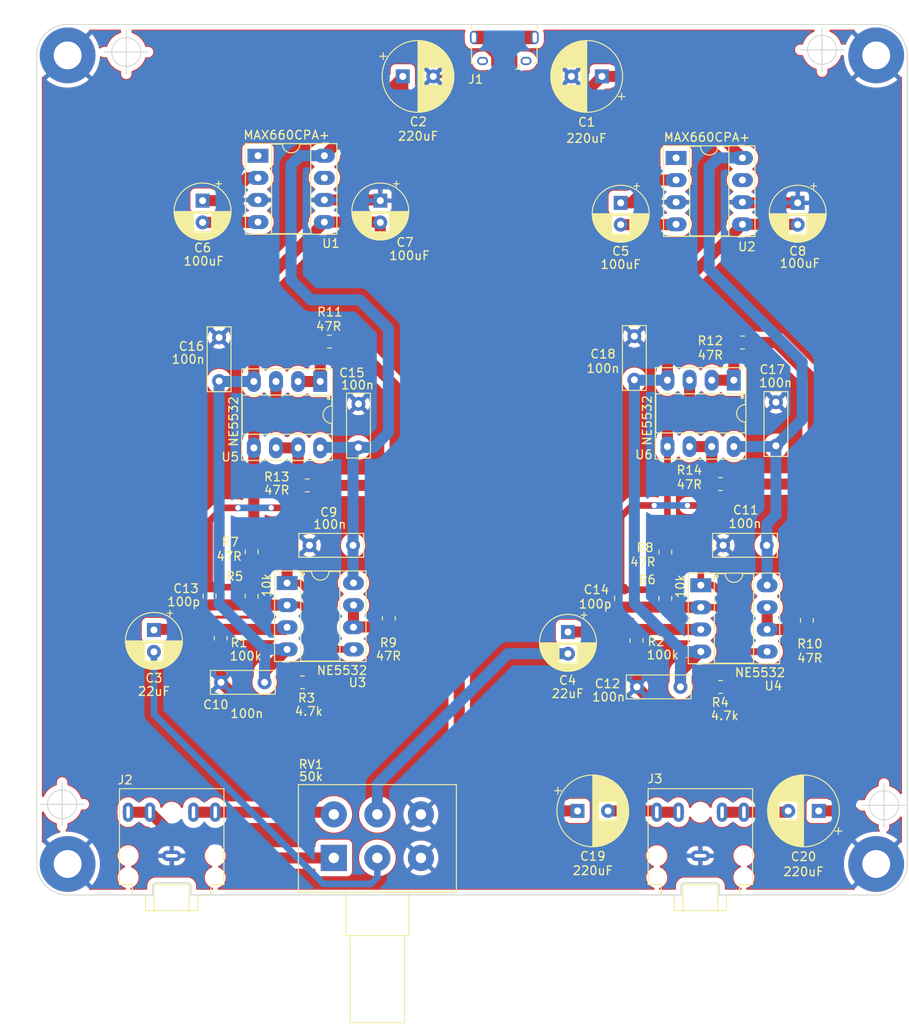
<source format=kicad_pcb>
(kicad_pcb (version 20211014) (generator pcbnew)
  (title_block (title "Headphone Amp"))
  (layers (0 "F.Cu" signal) (31 "B.Cu" signal) (34 "B.Paste" user) (35 "F.Paste" user) (36 "B.SilkS" user "B.Silkscreen") (37 "F.SilkS" user "F.Silkscreen") (38 "B.Mask" user) (39 "F.Mask" user) (44 "Edge.Cuts" user))
  (net 0 "")
  (net 1 "+5V")
  (net 2 "GND")
  (net 3 "L_SIGNAL_IN")
  (net 4 "Net-(C3-Pad2)")
  (net 5 "R_SIGNAL_IN")
  (net 6 "Net-(C4-Pad2)")
  (net 7 "Net-(C5-Pad1)")
  (net 8 "Net-(C5-Pad2)")
  (net 9 "Net-(C6-Pad1)")
  (net 10 "Net-(C6-Pad2)")
  (net 11 "-5V")
  (net 12 "L_SIGNAL_OUT")
  (net 13 "Net-(C13-Pad2)")
  (net 14 "R_SIGNAL_OUT")
  (net 15 "Net-(C14-Pad2)")
  (net 16 "Net-(C19-Pad2)")
  (net 17 "Net-(C20-Pad2)")
  (net 22 "Net-(J2-PadS)")
  (net 23 "Net-(R7-Pad1)")
  (net 24 "Net-(R8-Pad1)")
  (net 25 "Net-(R9-Pad1)")
  (net 26 "Net-(R10-Pad1)")
  (net 27 "Net-(R11-Pad2)")
  (net 28 "Net-(R12-Pad2)")
  (net 29 "Net-(R13-Pad2)")
  (net 30 "Net-(R14-Pad2)")
  (net 35 "Net-(J2-PadT)")
  (footprint "Capacitor_THT:CP_Radial_D8.0mm_P3.50mm" (layer "F.Cu") (at 162.101349 140.348)
    (fp_text reference "C19")
    (fp_text value "220uF")
  )
  (footprint "Capacitor_THT:C_Rect_L7.2mm_W2.5mm_P5.00mm_FKS2_FKP2_MKS2_MKP2" (layer "F.Cu") (at 136.324 109.858 180)
    (fp_text reference "C9")
    (fp_text value "100n")
  )
  (footprint "MountingHole:MountingHole_3.2mm_M3_Pad" (layer "F.Cu") (at 103.556 53.607)
    (fp_text reference "H4")
    (fp_text value "MountingHole_Pad")
  )
  (footprint "Package_DIP:DIP-8_W7.62mm_Socket_LongPads" (layer "F.Cu") (at 173.416 65.380379)
    (fp_text reference "U2")
    (fp_text value "MAX660CPA+")
  )
  (footprint "MountingHole:MountingHole_3.2mm_M3_Pad" (layer "F.Cu") (at 196.393 53.607)
    (fp_text reference "H3")
    (fp_text value "MountingHole_Pad")
  )
  (footprint "MountingHole:MountingHole_3.2mm_M3_Pad" (layer "F.Cu") (at 196.393 146.444)
    (fp_text reference "H2")
    (fp_text value "MountingHole_Pad")
  )
  (footprint "Resistor_SMD:R_0805_2012Metric_Pad1.20x1.40mm_HandSolder" (layer "F.Cu") (at 178.528 126.114)
    (fp_text reference "R4")
    (fp_text value "4.7k")
  )
  (footprint "Package_DIP:DIP-8_W7.62mm_Socket_LongPads" (layer "F.Cu") (at 125.41 65.126379)
    (fp_text reference "U1")
    (fp_text value "MAX660CPA+")
  )
  (footprint "Capacitor_THT:C_Rect_L7.2mm_W2.5mm_P5.00mm_FKS2_FKP2_MKS2_MKP2" (layer "F.Cu") (at 121.164 125.59)
    (fp_text reference "C10")
    (fp_text value "100n")
  )
  (footprint "Resistor_SMD:R_0805_2012Metric_Pad1.20x1.40mm_HandSolder" (layer "F.Cu") (at 131.072 102.974 180)
    (fp_text reference "R13")
    (fp_text value "47R")
  )
  (footprint "Capacitor_THT:C_Rect_L7.2mm_W2.5mm_P5.00mm_FKS2_FKP2_MKS2_MKP2" (layer "F.Cu") (at 183.822 109.858 180)
    (fp_text reference "C11")
    (fp_text value "100n")
  )
  (footprint "Capacitor_THT:C_Rect_L7.2mm_W2.5mm_P5.00mm_FKS2_FKP2_MKS2_MKP2" (layer "F.Cu") (at 136.946 98.616 90)
    (fp_text reference "C15")
    (fp_text value "100n")
  )
  (footprint "Resistor_SMD:R_0805_2012Metric_Pad1.20x1.40mm_HandSolder" (layer "F.Cu") (at 130.522 125.59)
    (fp_text reference "R3")
    (fp_text value "4.7k")
  )
  (footprint "Resistor_SMD:R_0805_2012Metric_Pad1.20x1.40mm_HandSolder" (layer "F.Cu") (at 140.428 118.224 90)
    (fp_text reference "R9")
    (fp_text value "47R")
  )
  (footprint "Package_DIP:DIP-8_W7.62mm_Socket_LongPads" (layer "F.Cu") (at 180.042 90.898 -90)
    (fp_text reference "U6")
    (fp_text value "NE5532")
  )
  (footprint "Resistor_SMD:R_0805_2012Metric_Pad1.20x1.40mm_HandSolder" (layer "F.Cu") (at 124.68 110.604 -90)
    (fp_text reference "R7")
    (fp_text value "47R")
  )
  (footprint "Connector_USB:USB_Micro-B_Amphenol_10118194_Horizontal" (layer "F.Cu") (at 153.69 52.846 180)
    (fp_text reference "J1")
    (fp_text value "USB_B_Micro")
  )
  (footprint "amp:Jack_3.5mm_CUI_SJ1-3525N_Horizontal" (layer "F.Cu") (at 115.5 145.5)
    (fp_text reference "J2")
    (fp_text value "AudioJack2_Ground_Switch")
    (fp_line (start -2.2 3.5) (end -2.2 4.5) (layer "Edge.Cuts") (width 0.12))
    (fp_line (start 2.2 4.5) (end 6.5 4.5) (layer "Edge.Cuts") (width 0.12))
    (fp_line (start -2.2 4.5) (end -6.5 4.5) (layer "Edge.Cuts") (width 0.12))
    (fp_line (start 1.8 3.1) (end -1.8 3.1) (layer "Edge.Cuts") (width 0.12))
    (fp_line (start 2.2 3.5) (end 2.2 4.5) (layer "Edge.Cuts") (width 0.12))
    (fp_arc (start -2.2 3.5) (mid -2.082842 3.217158) (end -1.8 3.1) (layer "Edge.Cuts") (width 0.12))
    (fp_arc (start 1.8 3.1) (mid 2.082843 3.217157) (end 2.2 3.5) (layer "Edge.Cuts") (width 0.12))
  )
  (footprint "Resistor_SMD:R_0805_2012Metric_Pad1.20x1.40mm_HandSolder" (layer "F.Cu") (at 168.876 120.78 -90)
    (fp_text reference "R2")
    (fp_text value "100k")
  )
  (footprint "Resistor_SMD:R_0805_2012Metric_Pad1.20x1.40mm_HandSolder" (layer "F.Cu") (at 121.124 120.51 -90)
    (fp_text reference "R1")
    (fp_text value "100k")
  )
  (footprint "Capacitor_THT:C_Rect_L7.2mm_W2.5mm_P5.00mm_FKS2_FKP2_MKS2_MKP2" (layer "F.Cu") (at 168.916 126.114)
    (fp_text reference "C12")
    (fp_text value "100n")
  )
  (footprint "Package_DIP:DIP-8_W7.62mm_Socket_LongPads" (layer "F.Cu") (at 176.252 114.44)
    (fp_text reference "U4")
    (fp_text value "NE5532")
  )
  (footprint "Resistor_SMD:R_0805_2012Metric_Pad1.20x1.40mm_HandSolder" (layer "F.Cu") (at 124.68 115.7 90)
    (fp_text reference "R5")
    (fp_text value "10k")
  )
  (footprint "amp:Jack_3.5mm_CUI_SJ1-3525N_Horizontal" (layer "F.Cu") (at 176.2 145.5)
    (fp_text reference "J3")
    (fp_text value "AudioJack2_Ground_Switch")
    (fp_line (start 2.2 4.5) (end 6.5 4.5) (layer "Edge.Cuts") (width 0.12))
    (fp_line (start 1.8 3.1) (end -1.8 3.1) (layer "Edge.Cuts") (width 0.12))
    (fp_line (start 2.2 3.5) (end 2.2 4.5) (layer "Edge.Cuts") (width 0.12))
    (fp_line (start -2.2 4.5) (end -6.5 4.5) (layer "Edge.Cuts") (width 0.12))
    (fp_line (start -2.2 3.5) (end -2.2 4.5) (layer "Edge.Cuts") (width 0.12))
    (fp_arc (start 1.8 3.1) (mid 2.082843 3.217157) (end 2.2 3.5) (layer "Edge.Cuts") (width 0.12))
    (fp_arc (start -2.2 3.5) (mid -2.082842 3.217158) (end -1.8 3.1) (layer "Edge.Cuts") (width 0.12))
  )
  (footprint "Capacitor_THT:CP_Radial_D6.3mm_P2.50mm" (layer "F.Cu") (at 161.002 119.804 -90)
    (fp_text reference "C4")
    (fp_text value "22uF")
  )
  (footprint "Resistor_SMD:R_0805_2012Metric_Pad1.20x1.40mm_HandSolder" (layer "F.Cu") (at 181.052 86.57 180)
    (fp_text reference "R12")
    (fp_text value "47R")
  )
  (footprint "Capacitor_SMD:C_0805_2012Metric_Pad1.18x1.45mm_HandSolder" (layer "F.Cu") (at 119.854 115.7 -90)
    (fp_text reference "C13")
    (fp_text value "100p")
  )
  (footprint "Package_DIP:DIP-8_W7.62mm_Socket_LongPads" (layer "F.Cu") (at 128.754 114.186)
    (fp_text reference "U3")
    (fp_text value "NE5532")
  )
  (footprint "Capacitor_THT:CP_Radial_D6.3mm_P2.50mm" (layer "F.Cu") (at 113.462 119.581621 -90)
    (fp_text reference "C3")
    (fp_text value "22uF")
  )
  (footprint "Capacitor_THT:CP_Radial_D6.3mm_P2.50mm" (layer "F.Cu") (at 187.376 70.538 -90)
    (fp_text reference "C8")
    (fp_text value "100uF")
  )
  (footprint "Capacitor_THT:C_Rect_L7.2mm_W2.5mm_P5.00mm_FKS2_FKP2_MKS2_MKP2" (layer "F.Cu") (at 184.878 98.428 90)
    (fp_text reference "C17")
    (fp_text value "100n")
  )
  (footprint "Capacitor_THT:CP_Radial_D8.0mm_P3.50mm" (layer "F.Cu") (at 142.035349 56.02)
    (fp_text reference "C2")
    (fp_text value "220uF")
  )
  (footprint "Capacitor_THT:CP_Radial_D8.0mm_P3.50mm" (layer "F.Cu") (at 164.898651 56.02 180)
    (fp_text reference "C1")
    (fp_text value "220uF")
  )
  (footprint "Resistor_SMD:R_0805_2012Metric_Pad1.20x1.40mm_HandSolder" (layer "F.Cu") (at 172.178 115.954 90)
    (fp_text reference "R6")
    (fp_text value "10k")
  )
  (footprint "Resistor_SMD:R_0805_2012Metric_Pad1.20x1.40mm_HandSolder" (layer "F.Cu") (at 172.178 110.636 -90)
    (fp_text reference "R8")
    (fp_text value "47R")
  )
  (footprint "Capacitor_THT:CP_Radial_D6.3mm_P2.50mm" (layer "F.Cu") (at 119.05 70.284 -90)
    (fp_text reference "C6")
    (fp_text value "100uF")
  )
  (footprint "Capacitor_THT:CP_Radial_D6.3mm_P2.50mm" (layer "F.Cu") (at 167.056 70.538 -90)
    (fp_text reference "C5")
    (fp_text value "100uF")
  )
  (footprint "Resistor_SMD:R_0805_2012Metric_Pad1.20x1.40mm_HandSolder" (layer "F.Cu") (at 178.512 102.826 180)
    (fp_text reference "R14")
    (fp_text value "47R")
  )
  (footprint "Resistor_SMD:R_0805_2012Metric_Pad1.20x1.40mm_HandSolder" (layer "F.Cu") (at 133.612 86.464 180)
    (fp_text reference "R11")
    (fp_text value "47R")
  )
  (footprint "Package_DIP:DIP-8_W7.62mm_Socket_LongPads" (layer "F.Cu") (at 132.554 91.046 -90)
    (fp_text reference "U5")
    (fp_text value "NE5532")
  )
  (footprint "Capacitor_SMD:C_0805_2012Metric_Pad1.18x1.45mm_HandSolder" (layer "F.Cu") (at 167.098 115.9325 -90)
    (fp_text reference "C14")
    (fp_text value "100p")
  )
  (footprint "Capacitor_THT:C_Rect_L7.2mm_W2.5mm_P5.00mm_FKS2_FKP2_MKS2_MKP2" (layer "F.Cu") (at 168.622 85.848 -90)
    (fp_text reference "C18")
    (fp_text value "100n")
  )
  (footprint "Resistor_SMD:R_0805_2012Metric_Pad1.20x1.40mm_HandSolder" (layer "F.Cu") (at 188.434 118.478 90)
    (fp_text reference "R10")
    (fp_text value "47R")
  )
  (footprint "Capacitor_THT:C_Rect_L7.2mm_W2.5mm_P5.00mm_FKS2_FKP2_MKS2_MKP2" (layer "F.Cu") (at 120.944 85.996 -90)
    (fp_text reference "C16")
    (fp_text value "100n")
  )
  (footprint "Capacitor_THT:CP_Radial_D8.0mm_P3.50mm" (layer "F.Cu") (at 189.790651 140.348 180)
    (fp_text reference "C20")
    (fp_text value "220uF")
  )
  (footprint "Potentiometer_THT:Potentiometer_Alps_RK163_Dual_Horizontal" (layer "F.Cu") (at 134.116 145.75 90)
    (fp_text reference "RV1")
    (fp_text value "50k")
  )
  (footprint "MountingHole:MountingHole_3.2mm_M3_Pad" (layer "F.Cu") (at 103.556 146.444)
    (fp_text reference "H1")
    (fp_text value "MountingHole_Pad")
  )
  (footprint "Capacitor_THT:CP_Radial_D6.3mm_P2.50mm" (layer "F.Cu") (at 139.454 70.284 -90)
    (fp_text reference "C7")
    (fp_text value "100uF")
  )
  (gr_circle (center 178.105 113.421366) (end 177.978 113.395366) (layer "F.SilkS") (width 0.15) (fill none))
  (gr_circle (center 133.528 92.977) (end 133.401 92.951) (layer "F.SilkS") (width 0.15) (fill none))
  (gr_circle (center 130.607 113.167366) (end 130.48 113.141366) (layer "F.SilkS") (width 0.15) (fill none))
  (gr_circle (center 181.026 92.847366) (end 180.899 92.821366) (layer "F.SilkS") (width 0.15) (fill none))
  (gr_line (start 109 150) (end 103.556 150) (layer "Edge.Cuts") (width 0.1))
  (gr_arc (start 199.949 146.444) (mid 198.907472 148.958472) (end 196.393 150) (layer "Edge.Cuts") (width 0.1))
  (gr_line (start 100 146.444) (end 100 53.607) (layer "Edge.Cuts") (width 0.1))
  (gr_arc (start 196.393 50.051) (mid 198.907472 51.092528) (end 199.949 53.607) (layer "Edge.Cuts") (width 0.1))
  (gr_line (start 199.949 53.607) (end 199.949 146.444) (layer "Edge.Cuts") (width 0.1))
  (gr_arc (start 103.556 150) (mid 101.041528 148.958472) (end 100 146.444) (layer "Edge.Cuts") (width 0.1))
  (gr_arc (start 100 53.607) (mid 101.041528 51.092528) (end 103.556 50.051) (layer "Edge.Cuts") (width 0.1))
  (gr_line (start 196.393 150) (end 182.7 150) (layer "Edge.Cuts") (width 0.1))
  (gr_line (start 103.556 50.051) (end 196.393 50.051) (layer "Edge.Cuts") (width 0.1))
  (gr_line (start 169.7 150) (end 122 150) (layer "Edge.Cuts") (width 0.1))
  (gr_text "2022\n" (at 154.864 79.007) (layer "F.Cu") (effects (font (size 1.5 1.5) (thickness 0.3))))
  (gr_text "HK Productions" (at 154.356 84.087) (layer "F.Cu") (effects (font (size 1.5 1.5) (thickness 0.3))))
  (target plus (at 110.287 53.226) (size 5) (width 0.1) (layer "Edge.Cuts"))
  (target plus (at 102.921 139.586) (size 5) (width 0.1) (layer "Edge.Cuts"))
  (target plus (at 197.282 139.713) (size 5) (width 0.1) (layer "Edge.Cuts"))
  (target plus (at 190.17 52.972) (size 5) (width 0.1) (layer "Edge.Cuts"))
  (segment (start 142.672 58.306) (end 153.846 58.306) (width 1.27) (layer "F.Cu") (net 1))
  (segment (start 181.036 65.380379) (end 171.675621 56.02) (width 1.27) (layer "F.Cu") (net 1))
  (segment (start 153.846 58.306) (end 154.99 57.162) (width 1.27) (layer "F.Cu") (net 1))
  (segment (start 142.035349 57.669349) (end 142.672 58.306) (width 1.27) (layer "F.Cu") (net 1))
  (segment (start 164.898651 56.02) (end 162.358651 58.56) (width 1.27) (layer "F.Cu") (net 1))
  (segment (start 142.035349 56.12103) (end 142.035349 56.02) (width 1.27) (layer "F.Cu") (net 1))
  (segment (start 162.358651 58.56) (end 156.388 58.56) (width 1.27) (layer "F.Cu") (net 1))
  (segment (start 164.898651 56.02) (end 171.675621 56.02) (width 1.27) (layer "F.Cu") (net 1))
  (segment (start 133.03 65.126379) (end 142.035349 56.12103) (width 1.27) (layer "F.Cu") (net 1))
  (segment (start 142.035349 56.02) (end 142.035349 57.669349) (width 1.27) (layer "F.Cu") (net 1))
  (segment (start 154.99 54.246) (end 154.99 57.162) (width 0.381) (layer "F.Cu") (net 1))
  (segment (start 156.388 58.56) (end 154.99 57.162) (width 1.27) (layer "F.Cu") (net 1))
  (segment (start 136.946 98.616) (end 138.684 98.616) (width 1.27) (layer "B.Cu") (net 1))
  (segment (start 136.324 99.238) (end 136.946 98.616) (width 1.27) (layer "B.Cu") (net 1))
  (segment (start 136.946 98.616) (end 132.604 98.616) (width 1.27) (layer "B.Cu") (net 1))
  (segment (start 184.788 98.518) (end 184.878 98.428) (width 1.27) (layer "B.Cu") (net 1))
  (segment (start 137.084 81.674) (end 131.496 81.674) (width 1.27) (layer "B.Cu") (net 1))
  (segment (start 180.042 98.518) (end 184.788 98.518) (width 1.27) (layer "B.Cu") (net 1))
  (segment (start 184.878 106.354) (end 184.878 98.428) (width 1.27) (layer "B.Cu") (net 1))
  (segment (start 183.872 109.908) (end 183.822 109.858) (width 1.27) (layer "B.Cu") (net 1))
  (segment (start 129.21 66.18) (end 130.263621 65.126379) (width 1.27) (layer "B.Cu") (net 1))
  (segment (start 136.324 109.858) (end 136.324 114.136) (width 1.27) (layer "B.Cu") (net 1))
  (segment (start 130.263621 65.126379) (end 133.03 65.126379) (width 1.27) (layer "B.Cu") (net 1))
  (segment (start 136.324 114.136) (end 136.374 114.186) (width 1.27) (layer "B.Cu") (net 1))
  (segment (start 183.822 109.858) (end 183.822 107.41) (width 1.27) (layer "B.Cu") (net 1))
  (segment (start 181.036 65.380379) (end 178.269621 65.380379) (width 1.27) (layer "B.Cu") (net 1))
  (segment (start 177.216 78.118) (end 187.884 88.786) (width 1.27) (layer "B.Cu") (net 1))
  (segment (start 136.324 109.858) (end 136.324 99.238) (width 1.27) (layer "B.Cu") (net 1))
  (segment (start 177.216 66.434) (end 177.216 78.118) (width 1.27) (layer "B.Cu") (net 1))
  (segment (start 132.604 98.616) (end 132.554 98.666) (width 1.27) (layer "B.Cu") (net 1))
  (segment (start 140.386 84.976) (end 137.084 81.674) (width 1.27) (layer "B.Cu") (net 1))
  (segment (start 129.21 79.388) (end 129.21 66.18) (width 1.27) (layer "B.Cu") (net 1))
  (segment (start 187.884 88.786) (end 187.884 95.422) (width 1.27) (layer "B.Cu") (net 1))
  (segment (start 138.684 98.616) (end 140.386 96.914) (width 1.27) (layer "B.Cu") (net 1))
  (segment (start 183.822 107.41) (end 184.878 106.354) (width 1.27) (layer "B.Cu") (net 1))
  (segment (start 131.496 81.674) (end 129.21 79.388) (width 1.27) (layer "B.Cu") (net 1))
  (segment (start 178.269621 65.380379) (end 177.216 66.434) (width 1.27) (layer "B.Cu") (net 1))
  (segment (start 183.872 114.44) (end 183.872 109.908) (width 1.27) (layer "B.Cu") (net 1))
  (segment (start 187.884 95.422) (end 184.878 98.428) (width 1.27) (layer "B.Cu") (net 1))
  (segment (start 140.386 96.914) (end 140.386 84.976) (width 1.27) (layer "B.Cu") (net 1))
  (segment (start 181.113621 70.538) (end 181.036 70.460379) (width 1.27) (layer "F.Cu") (net 2))
  (segment (start 152.39 53.771) (end 151.591 52.972) (width 0.381) (layer "F.Cu") (net 2))
  (segment (start 168.916 121.82) (end 168.876 121.78) (width 1.27) (layer "F.Cu") (net 2))
  (segment (start 121.164 125.59) (end 121.164 121.55) (width 1.27) (layer "F.Cu") (net 2))
  (segment (start 168.916 126.114) (end 168.916 121.82) (width 1.27) (layer "F.Cu") (net 2))
  (segment (start 121.164 121.55) (end 121.124 121.51) (width 1.27) (layer "F.Cu") (net 2))
  (segment (start 158.42 52.972) (end 158.42 53.041349) (width 0.381) (layer "F.Cu") (net 2))
  (segment (start 129.522 125.59) (end 127.508901 127.603099) (width 1.27) (layer "F.Cu") (net 2))
  (segment (start 133.03 70.206379) (end 139.376379 70.206379) (width 1.27) (layer "F.Cu") (net 2))
  (segment (start 123.177099 127.603099) (end 121.164 125.59) (width 1.27) (layer "F.Cu") (net 2))
  (segment (start 151.591 52.972) (end 150.038 52.972) (width 0.381) (layer "F.Cu") (net 2))
  (segment (start 150.038 52.972) (end 146.99 56.02) (width 0.381) (layer "F.Cu") (net 2))
  (segment (start 139.376379 70.206379) (end 139.454 70.284) (width 1.27) (layer "F.Cu") (net 2))
  (segment (start 175.514901 128.127099) (end 175.716 127.926) (width 1.27) (layer "F.Cu") (net 2))
  (segment (start 170.929099 128.127099) (end 175.514901 128.127099) (width 1.27) (layer "F.Cu") (net 2))
  (segment (start 127.508901 127.603099) (end 123.177099 127.603099) (width 1.27) (layer "F.Cu") (net 2))
  (segment (start 146.99 56.02) (end 145.535349 56.02) (width 0.381) (layer "F.Cu") (net 2))
  (segment (start 177.528 126.114) (end 175.716 127.926) (width 0.762) (layer "F.Cu") (net 2))
  (segment (start 152.39 54.246) (end 152.39 53.771) (width 0.381) (layer "F.Cu") (net 2))
  (segment (start 152.608 52.972) (end 158.42 52.972) (width 0.381) (layer "F.Cu") (net 2))
  (segment (start 168.916 126.114) (end 170.929099 128.127099) (width 1.27) (layer "F.Cu") (net 2))
  (segment (start 175.514901 128.127099) (end 177.528 126.114) (width 1.27) (layer "F.Cu") (net 2))
  (segment (start 187.376 70.538) (end 181.113621 70.538) (width 1.27) (layer "F.Cu") (net 2))
  (segment (start 158.42 53.041349) (end 161.398651 56.02) (width 0.381) (layer "F.Cu") (net 2))
  (segment (start 152.39 53.19) (end 152.608 52.972) (width 0.381) (layer "F.Cu") (net 2))
  (segment (start 152.39 54.246) (end 152.39 53.19) (width 0.381) (layer "F.Cu") (net 2))
  (segment (start 113.533621 119.51) (end 113.462 119.581621) (width 1.27) (layer "F.Cu") (net 3))
  (segment (start 128.51 119.51) (end 128.754 119.266) (width 1.27) (layer "F.Cu") (net 3))
  (segment (start 121.124 119.51) (end 113.533621 119.51) (width 1.27) (layer "F.Cu") (net 3))
  (segment (start 121.124 119.51) (end 128.51 119.51) (width 1.27) (layer "F.Cu") (net 3))
  (segment (start 132.934 148.73) (end 113.462 129.258) (width 0.762) (layer "B.Cu") (net 4))
  (segment (start 139.116 147.968) (end 138.354 148.73) (width 0.762) (layer "B.Cu") (net 4))
  (segment (start 113.462 129.258) (end 113.462 122.081621) (width 0.762) (layer "B.Cu") (net 4))
  (segment (start 138.354 148.73) (end 132.934 148.73) (width 0.762) (layer "B.Cu") (net 4))
  (segment (start 139.116 145.75) (end 139.116 147.968) (width 0.762) (layer "B.Cu") (net 4))
  (segment (start 168.852 119.804) (end 168.876 119.78) (width 1.27) (layer "F.Cu") (net 5))
  (segment (start 176.252 119.52) (end 169.136 119.52) (width 1.27) (layer "F.Cu") (net 5))
  (segment (start 161.002 119.804) (end 168.852 119.804) (width 1.27) (layer "F.Cu") (net 5))
  (segment (start 169.136 119.52) (end 168.876 119.78) (width 1.27) (layer "F.Cu") (net 5))
  (segment (start 139.116 140.75) (end 139.116 137.3) (width 1.27) (layer "B.Cu") (net 6))
  (segment (start 154.112 122.304) (end 161.002 122.304) (width 1.27) (layer "B.Cu") (net 6))
  (segment (start 139.116 137.3) (end 139.243 137.173) (width 0.762) (layer "B.Cu") (net 6))
  (segment (start 139.243 137.173) (end 154.112 122.304) (width 1.27) (layer "B.Cu") (net 6))
  (segment (start 167.056 70.538) (end 168.286 70.538) (width 1.27) (layer "F.Cu") (net 7))
  (segment (start 170.903621 67.920379) (end 168.286 70.538) (width 1.27) (layer "F.Cu") (net 7))
  (segment (start 173.416 67.920379) (end 170.903621 67.920379) (width 1.27) (layer "F.Cu") (net 7))
  (segment (start 167.093621 73.000379) (end 167.056 73.038) (width 0.762) (layer "F.Cu") (net 8))
  (segment (start 173.416 73.000379) (end 167.093621 73.000379) (width 0.762) (layer "F.Cu") (net 8))
  (segment (start 167.056 73.038) (end 173.378379 73.038) (width 1.27) (layer "F.Cu") (net 8))
  (segment (start 173.378379 73.038) (end 173.416 73.000379) (width 1.27) (layer "F.Cu") (net 8))
  (segment (start 124.167621 67.666379) (end 125.41 67.666379) (width 1.27) (layer "F.Cu") (net 9))
  (segment (start 121.55 70.284) (end 124.167621 67.666379) (width 1.27) (layer "F.Cu") (net 9))
  (segment (start 119.05 70.284) (end 121.55 70.284) (width 1.27) (layer "F.Cu") (net 9))
  (segment (start 119.05 72.784) (end 125.372379 72.784) (width 1.27) (layer "F.Cu") (net 10))
  (segment (start 125.372379 72.784) (end 125.41 72.746379) (width 1.27) (layer "F.Cu") (net 10))
  (segment (start 187.376 73.038) (end 181.073621 73.038) (width 0.762) (layer "F.Cu") (net 11))
  (segment (start 124.934 80.842379) (end 133.03 72.746379) (width 1.27) (layer "F.Cu") (net 11))
  (segment (start 172.422 90.898) (end 172.422 81.614379) (width 1.27) (layer "F.Cu") (net 11))
  (segment (start 139.454 78.456) (end 139.454 72.784) (width 1.27) (layer "F.Cu") (net 11))
  (segment (start 173.916 126.114) (end 173.916 124.376) (width 1.27) (layer "F.Cu") (net 11))
  (segment (start 133.03 72.746379) (end 139.416379 72.746379) (width 1.27) (layer "F.Cu") (net 11))
  (segment (start 142.612379 81.614379) (end 139.454 78.456) (width 1.27) (layer "F.Cu") (net 11))
  (segment (start 126.164 124.396) (end 126.164 125.59) (width 1.27) (layer "F.Cu") (net 11))
  (segment (start 173.916 124.376) (end 173.936 124.376) (width 1.27) (layer "F.Cu") (net 11))
  (segment (start 172.195621 81.614379) (end 142.612379 81.614379) (width 1.27) (layer "F.Cu") (net 11))
  (segment (start 172.195621 81.614379) (end 172.422 81.614379) (width 0.762) (layer "F.Cu") (net 11))
  (segment (start 139.416379 72.746379) (end 139.454 72.784) (width 1.27) (layer "F.Cu") (net 11))
  (segment (start 124.934 91.046) (end 124.934 80.842379) (width 1.27) (layer "F.Cu") (net 11))
  (segment (start 172.422 81.614379) (end 181.036 73.000379) (width 1.27) (layer "F.Cu") (net 11))
  (segment (start 181.073621 73.038) (end 181.036 73.000379) (width 0.762) (layer "F.Cu") (net 11))
  (segment (start 173.936 124.376) (end 176.252 122.06) (width 1.27) (layer "F.Cu") (net 11))
  (segment (start 128.754 121.806) (end 126.164 124.396) (width 1.27) (layer "F.Cu") (net 11))
  (segment (start 181.036 73.000379) (end 187.338379 73.000379) (width 1.27) (layer "F.Cu") (net 11))
  (segment (start 187.338379 73.000379) (end 187.376 73.038) (width 1.27) (layer "F.Cu") (net 11))
  (segment (start 173.916 122.312) (end 174.168 122.06) (width 1.27) (layer "B.Cu") (net 11))
  (segment (start 173.916 126.114) (end 173.916 122.312) (width 1.27) (layer "B.Cu") (net 11))
  (segment (start 172.422 90.898) (end 168.672 90.898) (width 1.27) (layer "B.Cu") (net 11))
  (segment (start 120.994 91.046) (end 120.944 90.996) (width 1.27) (layer "B.Cu") (net 11))
  (segment (start 124.934 91.046) (end 120.994 91.046) (width 1.27) (layer "B.Cu") (net 11))
  (segment (start 120.944 116.588) (end 120.944 90.996) (width 1.27) (layer "B.Cu") (net 11))
  (segment (start 126.164 121.808) (end 126.162 121.806) (width 1.27) (layer "B.Cu") (net 11))
  (segment (start 168.622 90.848) (end 168.622 116.514) (width 1.27) (layer "B.Cu") (net 11))
  (segment (start 126.164 125.59) (end 126.164 121.808) (width 1.27) (layer "B.Cu") (net 11))
  (segment (start 168.672 90.898) (end 168.622 90.848) (width 1.27) (layer "B.Cu") (net 11))
  (segment (start 174.168 122.06) (end 176.252 122.06) (width 1.27) (layer "B.Cu") (net 11))
  (segment (start 174.168 122.06) (end 168.622 116.514) (width 1.27) (layer "B.Cu") (net 11))
  (segment (start 126.162 121.806) (end 120.944 116.588) (width 1.27) (layer "B.Cu") (net 11))
  (segment (start 128.754 121.806) (end 126.162 121.806) (width 1.27) (layer "B.Cu") (net 11))
  (segment (start 121.336 105.55) (end 123.114 105.55) (width 0.762) (layer "F.Cu") (net 12))
  (segment (start 144.694 117.224) (end 140.428 117.224) (width 1.27) (layer "F.Cu") (net 12))
  (segment (start 141.148 91.58) (end 141.148 100.144) (width 1.27) (layer "F.Cu") (net 12))
  (segment (start 157.15 140.348) (end 148.514 131.712) (width 1.27) (layer "F.Cu") (net 12))
  (segment (start 134.612 86.464) (end 136.032 86.464) (width 1.27) (layer "F.Cu") (net 12))
  (segment (start 141.148 100.144) (end 138.318 102.974) (width 1.27) (layer "F.Cu") (net 12))
  (segment (start 136.032 86.464) (end 141.148 91.58) (width 1.27) (layer "F.Cu") (net 12))
  (segment (start 124.68 114.7) (end 124.68 111.604) (width 1.27) (layer "F.Cu") (net 12))
  (segment (start 140.428 117.224) (end 140.428 105.084) (width 1.27) (layer "F.Cu") (net 12))
  (segment (start 130.734 105.55) (end 126.924 105.55) (width 0.762) (layer "F.Cu") (net 12))
  (segment (start 148.514 121.044) (end 144.694 117.224) (width 1.27) (layer "F.Cu") (net 12))
  (segment (start 138.318 102.974) (end 132.072 102.974) (width 1.27) (layer "F.Cu") (net 12))
  (segment (start 119.854 114.6625) (end 124.6425 114.6625) (width 0.762) (layer "F.Cu") (net 12))
  (segment (start 119.854 107.032) (end 121.336 105.55) (width 0.762) (layer "F.Cu") (net 12))
  (segment (start 162.101349 140.348) (end 157.15 140.348) (width 1.27) (layer "F.Cu") (net 12))
  (segment (start 124.6425 114.6625) (end 124.68 114.7) (width 0.762) (layer "F.Cu") (net 12))
  (segment (start 132.072 104.212) (end 130.734 105.55) (width 0.762) (layer "F.Cu") (net 12))
  (segment (start 148.514 131.712) (end 148.514 121.044) (width 1.27) (layer "F.Cu") (net 12))
  (segment (start 140.428 105.084) (end 138.318 102.974) (width 1.27) (layer "F.Cu") (net 12))
  (segment (start 132.072 102.974) (end 132.072 104.212) (width 0.762) (layer "F.Cu") (net 12))
  (segment (start 119.854 114.6625) (end 119.854 107.032) (width 0.762) (layer "F.Cu") (net 12))
  (via (at 126.924 105.55) (size 0.7) (drill 0.6) (layers "F.Cu" "B.Cu") (net 12))
  (via (at 123.114 105.55) (size 0.7) (drill 0.6) (layers "F.Cu" "B.Cu") (net 12))
  (segment (start 123.114 105.55) (end 126.924 105.55) (width 0.762) (layer "B.Cu") (net 12))
  (segment (start 131.522 117.954) (end 130.268 116.7) (width 0.762) (layer "F.Cu") (net 13))
  (segment (start 131.522 125.59) (end 131.522 117.954) (width 0.762) (layer "F.Cu") (net 13))
  (segment (start 128.754 116.726) (end 124.706 116.726) (width 1.27) (layer "F.Cu") (net 13))
  (segment (start 130.268 116.7) (end 128.78 116.7) (width 0.762) (layer "F.Cu") (net 13))
  (segment (start 119.8915 116.7) (end 119.854 116.7375) (width 1.27) (layer "F.Cu") (net 13))
  (segment (start 124.706 116.726) (end 124.68 116.7) (width 1.27) (layer "F.Cu") (net 13))
  (segment (start 124.68 116.7) (end 119.8915 116.7) (width 1.27) (layer "F.Cu") (net 13))
  (segment (start 128.78 116.7) (end 128.754 116.726) (width 0.762) (layer "F.Cu") (net 13))
  (segment (start 186.684 102.826) (end 179.512 102.826) (width 1.27) (layer "F.Cu") (net 14))
  (segment (start 184.906 86.57) (end 189.154 90.818) (width 1.27) (layer "F.Cu") (net 14))
  (segment (start 167.098 114.895) (end 167.098 106.556) (width 0.762) (layer "F.Cu") (net 14))
  (segment (start 174.718 105.286) (end 178.782 105.286) (width 0.762) (layer "F.Cu") (net 14))
  (segment (start 179.544 104.524) (end 179.544 102.858) (width 0.762) (layer "F.Cu") (net 14))
  (segment (start 167.098 106.556) (end 168.368 105.286) (width 0.762) (layer "F.Cu") (net 14))
  (segment (start 193.218 139.078) (end 193.218 119.266) (width 1.27) (layer "F.Cu") (net 14))
  (segment (start 182.052 86.57) (end 184.906 86.57) (width 1.27) (layer "F.Cu") (net 14))
  (segment (start 193.218 119.266) (end 191.43 117.478) (width 1.27) (layer "F.Cu") (net 14))
  (segment (start 189.790651 140.348) (end 191.948 140.348) (width 1.27) (layer "F.Cu") (net 14))
  (segment (start 168.368 105.286) (end 170.908 105.286) (width 0.762) (layer "F.Cu") (net 14))
  (segment (start 167.157 114.954) (end 167.098 114.895) (width 0.762) (layer "F.Cu") (net 14))
  (segment (start 172.178 114.954) (end 167.157 114.954) (width 0.762) (layer "F.Cu") (net 14))
  (segment (start 191.43 117.478) (end 188.434 117.478) (width 1.27) (layer "F.Cu") (net 14))
  (segment (start 188.434 117.478) (end 188.434 104.576) (width 1.27) (layer "F.Cu") (net 14))
  (segment (start 179.544 102.858) (end 179.512 102.826) (width 0.762) (layer "F.Cu") (net 14))
  (segment (start 191.948 140.348) (end 193.218 139.078) (width 1.27) (layer "F.Cu") (net 14))
  (segment (start 172.178 114.954) (end 172.178 111.636) (width 1.27) (layer "F.Cu") (net 14))
  (segment (start 189.154 100.356) (end 186.684 102.826) (width 1.27) (layer "F.Cu") (net 14))
  (segment (start 178.782 105.286) (end 179.544 104.524) (width 0.762) (layer "F.Cu") (net 14))
  (segment (start 188.434 104.576) (end 186.684 102.826) (width 1.27) (layer "F.Cu") (net 14))
  (segment (start 189.154 90.818) (end 189.154 100.356) (width 1.27) (layer "F.Cu") (net 14))
  (via (at 174.718 105.286) (size 0.7) (drill 0.6) (layers "F.Cu" "B.Cu") (net 14))
  (via (at 170.908 105.286) (size 0.7) (drill 0.6) (layers "F.Cu" "B.Cu") (net 14))
  (segment (start 170.908 105.286) (end 174.718 105.286) (width 0.762) (layer "B.Cu") (net 14))
  (segment (start 167.114 116.954) (end 167.098 116.97) (width 1.27) (layer "F.Cu") (net 15))
  (segment (start 172.204 116.98) (end 172.178 116.954) (width 1.27) (layer "F.Cu") (net 15))
  (segment (start 176.252 116.98) (end 172.204 116.98) (width 1.27) (layer "F.Cu") (net 15))
  (segment (start 172.178 116.954) (end 167.114 116.954) (width 1.27) (layer "F.Cu") (net 15))
  (segment (start 178.02 116.97) (end 179.528 118.478) (width 0.762) (layer "F.Cu") (net 15))
  (segment (start 176.262 116.97) (end 178.02 116.97) (width 0.762) (layer "F.Cu") (net 15))
  (segment (start 179.528 118.478) (end 179.528 126.114) (width 0.762) (layer "F.Cu") (net 15))
  (segment (start 176.252 116.98) (end 176.262 116.97) (width 0.762) (layer "F.Cu") (net 15))
  (segment (start 165.601349 140.348) (end 171.048 140.348) (width 1.27) (layer "F.Cu") (net 16))
  (segment (start 171.2 140.5) (end 173.7 140.5) (width 1.27) (layer "F.Cu") (net 16))
  (segment (start 171.048 140.348) (end 171.2 140.5) (width 1.27) (layer "F.Cu") (net 16))
  (segment (start 181.2 140.5) (end 186.138651 140.5) (width 1.27) (layer "F.Cu") (net 17))
  (segment (start 178.7 140.5) (end 181.2 140.5) (width 1.27) (layer "F.Cu") (net 17))
  (segment (start 186.138651 140.5) (end 186.290651 140.348) (width 1.27) (layer "F.Cu") (net 17))
  (segment (start 110.5 140.5) (end 113 140.5) (width 1.27) (layer "F.Cu") (net 22))
  (segment (start 115.642 143.142) (end 122.606 143.142) (width 1.27) (layer "F.Cu") (net 22))
  (segment (start 122.606 143.142) (end 125.214 145.75) (width 1.27) (layer "F.Cu") (net 22))
  (segment (start 125.214 145.75) (end 134.116 145.75) (width 1.27) (layer "F.Cu") (net 22))
  (segment (start 113 140.5) (end 115.642 143.142) (width 1.27) (layer "F.Cu") (net 22))
  (segment (start 133.528 120.79) (end 133.528 117.488) (width 0.762) (layer "F.Cu") (net 23))
  (segment (start 133.528 117.488) (end 130.226 114.186) (width 0.762) (layer "F.Cu") (net 23))
  (segment (start 124.934 98.666) (end 124.934 96.888) (width 1.27) (layer "F.Cu") (net 23))
  (segment (start 128.754 111.884) (end 126.458 109.588) (width 1.27) (layer "F.Cu") (net 23))
  (segment (start 124.934 98.666) (end 124.934 109.35) (width 1.27) (layer "F.Cu") (net 23))
  (segment (start 128.754 114.186) (end 128.754 111.884) (width 1.27) (layer "F.Cu") (net 23))
  (segment (start 124.934 109.35) (end 124.68 109.604) (width 1.27) (layer "F.Cu") (net 23))
  (segment (start 126.458 109.588) (end 124.696 109.588) (width 1.27) (layer "F.Cu") (net 23))
  (segment (start 127.474 94.348) (end 127.474 91.046) (width 1.27) (layer "F.Cu") (net 23))
  (segment (start 124.696 109.588) (end 124.68 109.604) (width 1.27) (layer "F.Cu") (net 23))
  (segment (start 130.226 114.186) (end 128.754 114.186) (width 0.762) (layer "F.Cu") (net 23))
  (segment (start 124.934 96.888) (end 127.474 94.348) (width 1.27) (layer "F.Cu") (net 23))
  (segment (start 136.374 121.806) (end 134.544 121.806) (width 0.762) (layer "F.Cu") (net 23))
  (segment (start 134.544 121.806) (end 133.528 120.79) (width 0.762) (layer "F.Cu") (net 23))
  (segment (start 172.21 109.604) (end 172.178 109.636) (width 0.762) (layer "F.Cu") (net 24))
  (segment (start 172.178 109.636) (end 172.422 109.392) (width 0.762) (layer "F.Cu") (net 24))
  (segment (start 176.252 110.376) (end 175.48 109.604) (width 0.762) (layer "F.Cu") (net 24))
  (segment (start 183.872 122.06) (end 181.534 122.06) (width 0.762) (layer "F.Cu") (net 24))
  (segment (start 174.962 90.898) (end 174.962 93.104) (width 1.27) (layer "F.Cu") (net 24))
  (segment (start 181.026 117.742) (end 177.724 114.44) (width 0.762) (layer "F.Cu") (net 24))
  (segment (start 181.534 122.06) (end 181.026 121.552) (width 0.762) (layer "F.Cu") (net 24))
  (segment (start 175.48 109.604) (end 172.21 109.604) (width 0.762) (layer "F.Cu") (net 24))
  (segment (start 181.026 121.552) (end 181.026 117.742) (width 0.762) (layer "F.Cu") (net 24))
  (segment (start 174.962 93.104) (end 172.422 95.644) (width 1.27) (layer "F.Cu") (net 24))
  (segment (start 177.724 114.44) (end 176.252 114.44) (width 0.762) (layer "F.Cu") (net 24))
  (segment (start 176.252 114.44) (end 176.252 110.376) (width 0.762) (layer "F.Cu") (net 24))
  (segment (start 172.422 109.392) (end 172.422 98.518) (width 0.762) (layer "F.Cu") (net 24))
  (segment (start 172.422 98.518) (end 172.422 95.644) (width 1.27) (layer "F.Cu") (net 24))
  (segment (start 140.428 119.224) (end 136.416 119.224) (width 1.27) (layer "F.Cu") (net 25))
  (segment (start 136.374 119.266) (end 136.374 116.726) (width 1.27) (layer "F.Cu") (net 25))
  (segment (start 136.416 119.224) (end 136.374 119.266) (width 1.27) (layer "F.Cu") (net 25))
  (segment (start 183.872 116.98) (end 183.872 119.52) (width 1.27) (layer "F.Cu") (net 26))
  (segment (start 188.392 119.52) (end 188.434 119.478) (width 1.27) (layer "F.Cu") (net 26))
  (segment (start 183.872 119.52) (end 188.392 119.52) (width 1.27) (layer "F.Cu") (net 26))
  (segment (start 132.554 86.522) (end 132.612 86.464) (width 1.27) (layer "F.Cu") (net 27))
  (segment (start 132.554 91.046) (end 132.554 86.522) (width 1.27) (layer "F.Cu") (net 27))
  (segment (start 130.014 91.046) (end 132.554 91.046) (width 1.27) (layer "F.Cu") (net 27))
  (segment (start 180.042 90.898) (end 180.042 86.58) (width 1.27) (layer "F.Cu") (net 28))
  (segment (start 180.042 86.58) (end 180.052 86.57) (width 1.27) (layer "F.Cu") (net 28))
  (segment (start 180.042 90.898) (end 177.502 90.898) (width 1.27) (layer "F.Cu") (net 28))
  (segment (start 130.014 102.916) (end 130.072 102.974) (width 1.27) (layer "F.Cu") (net 29))
  (segment (start 127.474 98.666) (end 130.014 98.666) (width 1.27) (layer "F.Cu") (net 29))
  (segment (start 130.014 98.666) (end 130.014 102.916) (width 1.27) (layer "F.Cu") (net 29))
  (segment (start 177.512 98.528) (end 177.502 98.518) (width 1.27) (layer "F.Cu") (net 30))
  (segment (start 177.512 102.826) (end 177.512 98.528) (width 1.27) (layer "F.Cu") (net 30))
  (segment (start 174.962 98.518) (end 177.502 98.518) (width 1.27) (layer "F.Cu") (net 30))
  (segment (start 120.5 140.5) (end 133.866 140.5) (width 1.27) (layer "F.Cu") (net 35))
  (segment (start 133.866 140.5) (end 134.116 140.75) (width 1.27) (layer "F.Cu") (net 35))
  (segment (start 118 140.5) (end 120.5 140.5) (width 1.27) (layer "F.Cu") (net 35))
  (zone (net 2) (net_name "GND") (layer "F.Cu") (connect_pads (clearance 0.6)) (min_thickness 0.254) (fill yes (thermal_gap 0.508) (thermal_bridge_width 0.508))
    (polygon (pts (xy 200.076 49.924) (xy 199.822 150) (xy 100 150) (xy 100 49.67)))
  )
  (zone (net 2) (net_name "GND") (layer "B.Cu") (connect_pads (clearance 0.7)) (min_thickness 0.254) (fill yes (thermal_gap 0.508) (thermal_bridge_width 0.508))
    (polygon (pts (xy 200.076 150) (xy 100 150) (xy 100 50.178) (xy 200.076 49.924)))
  )
)
</source>
